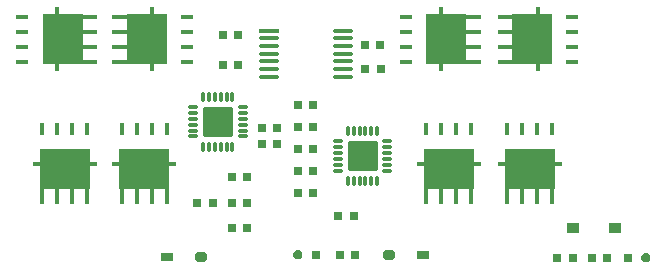
<source format=gbr>
G04*
G04 #@! TF.GenerationSoftware,Altium Limited,Altium Designer,23.8.1 (32)*
G04*
G04 Layer_Color=8421504*
%FSLAX25Y25*%
%MOIN*%
G70*
G04*
G04 #@! TF.SameCoordinates,08085802-0E6A-4E4E-A806-44F487ACA516*
G04*
G04*
G04 #@! TF.FilePolarity,Positive*
G04*
G01*
G75*
G04:AMPARAMS|DCode=23|XSize=100.39mil|YSize=100.39mil|CornerRadius=5.02mil|HoleSize=0mil|Usage=FLASHONLY|Rotation=180.000|XOffset=0mil|YOffset=0mil|HoleType=Round|Shape=RoundedRectangle|*
%AMROUNDEDRECTD23*
21,1,0.10039,0.09035,0,0,180.0*
21,1,0.09035,0.10039,0,0,180.0*
1,1,0.01004,-0.04518,0.04518*
1,1,0.01004,0.04518,0.04518*
1,1,0.01004,0.04518,-0.04518*
1,1,0.01004,-0.04518,-0.04518*
%
%ADD23ROUNDEDRECTD23*%
%ADD24O,0.01181X0.03937*%
%ADD25O,0.03937X0.01181*%
%ADD26R,0.03000X0.03000*%
%ADD27R,0.03937X0.03347*%
%ADD28R,0.16732X0.13780*%
%ADD29R,0.01772X0.06299*%
%ADD30R,0.01772X0.04331*%
%ADD31R,0.21654X0.01181*%
%ADD32R,0.13780X0.16732*%
%ADD33R,0.06299X0.01772*%
%ADD34R,0.04331X0.01772*%
%ADD35R,0.01181X0.21654*%
G04:AMPARAMS|DCode=36|XSize=30mil|YSize=30mil|CornerRadius=0mil|HoleSize=0mil|Usage=FLASHONLY|Rotation=180.000|XOffset=0mil|YOffset=0mil|HoleType=Round|Shape=Octagon|*
%AMOCTAGOND36*
4,1,8,-0.01500,0.00750,-0.01500,-0.00750,-0.00750,-0.01500,0.00750,-0.01500,0.01500,-0.00750,0.01500,0.00750,0.00750,0.01500,-0.00750,0.01500,-0.01500,0.00750,0.0*
%
%ADD36OCTAGOND36*%

G04:AMPARAMS|DCode=37|XSize=100.39mil|YSize=100.39mil|CornerRadius=5.02mil|HoleSize=0mil|Usage=FLASHONLY|Rotation=90.000|XOffset=0mil|YOffset=0mil|HoleType=Round|Shape=RoundedRectangle|*
%AMROUNDEDRECTD37*
21,1,0.10039,0.09035,0,0,90.0*
21,1,0.09035,0.10039,0,0,90.0*
1,1,0.01004,0.04518,0.04518*
1,1,0.01004,0.04518,-0.04518*
1,1,0.01004,-0.04518,-0.04518*
1,1,0.01004,-0.04518,0.04518*
%
%ADD37ROUNDEDRECTD37*%
%ADD38R,0.06693X0.01378*%
%ADD39O,0.06693X0.01378*%
%ADD40R,0.03937X0.03150*%
G04:AMPARAMS|DCode=41|XSize=39.37mil|YSize=31.5mil|CornerRadius=0mil|HoleSize=0mil|Usage=FLASHONLY|Rotation=0.000|XOffset=0mil|YOffset=0mil|HoleType=Round|Shape=Octagon|*
%AMOCTAGOND41*
4,1,8,0.01968,-0.00787,0.01968,0.00787,0.01181,0.01575,-0.01181,0.01575,-0.01968,0.00787,-0.01968,-0.00787,-0.01181,-0.01575,0.01181,-0.01575,0.01968,-0.00787,0.0*
%
%ADD41OCTAGOND41*%

D23*
X280232Y253953D02*
D03*
D24*
X275311Y245685D02*
D03*
X277279D02*
D03*
X279248D02*
D03*
X281217D02*
D03*
X283185D02*
D03*
X285154D02*
D03*
Y262221D02*
D03*
X283185D02*
D03*
X281217D02*
D03*
X279248D02*
D03*
X277279D02*
D03*
X275311D02*
D03*
X323579Y234232D02*
D03*
X325547D02*
D03*
X327516D02*
D03*
X329484D02*
D03*
X331453D02*
D03*
X333421D02*
D03*
Y250768D02*
D03*
X331453D02*
D03*
X329484D02*
D03*
X327516D02*
D03*
X325547D02*
D03*
X323579D02*
D03*
D25*
X288500Y249031D02*
D03*
Y251000D02*
D03*
Y252969D02*
D03*
Y254937D02*
D03*
Y256906D02*
D03*
Y258874D02*
D03*
X271965D02*
D03*
Y256906D02*
D03*
Y254937D02*
D03*
Y252969D02*
D03*
Y251000D02*
D03*
Y249031D02*
D03*
X320232Y247421D02*
D03*
Y245453D02*
D03*
Y243484D02*
D03*
Y241516D02*
D03*
Y239547D02*
D03*
Y237579D02*
D03*
X336768D02*
D03*
Y239547D02*
D03*
Y241516D02*
D03*
Y243484D02*
D03*
Y245453D02*
D03*
Y247421D02*
D03*
D26*
X398500Y208500D02*
D03*
X393382D02*
D03*
X334459Y279400D02*
D03*
X329341D02*
D03*
X329441Y271500D02*
D03*
X334559D02*
D03*
X281883Y283001D02*
D03*
X287001D02*
D03*
X281883Y273001D02*
D03*
X287001D02*
D03*
X320941Y209500D02*
D03*
X326059D02*
D03*
X313000Y209500D02*
D03*
X312059Y259500D02*
D03*
X306941D02*
D03*
X325559Y222500D02*
D03*
X320441D02*
D03*
X306941Y230300D02*
D03*
X312059D02*
D03*
X312060Y237600D02*
D03*
X306942D02*
D03*
X306941Y244900D02*
D03*
X312059D02*
D03*
Y252200D02*
D03*
X306941D02*
D03*
X294941Y252000D02*
D03*
X300059D02*
D03*
X294941Y246500D02*
D03*
X300059D02*
D03*
X290059Y235500D02*
D03*
X284941D02*
D03*
Y227000D02*
D03*
X290059D02*
D03*
Y218500D02*
D03*
X284941D02*
D03*
X278559Y227000D02*
D03*
X273441D02*
D03*
X410000Y208500D02*
D03*
X404882D02*
D03*
X416882D02*
D03*
D27*
X412500Y218500D02*
D03*
X398721D02*
D03*
D28*
X384244Y238032D02*
D03*
X357256D02*
D03*
X255713D02*
D03*
X229287D02*
D03*
D29*
X391744Y229567D02*
D03*
X386744D02*
D03*
X381744D02*
D03*
X376744D02*
D03*
X364756D02*
D03*
X359756D02*
D03*
X354756D02*
D03*
X349756D02*
D03*
X248213D02*
D03*
X253213D02*
D03*
X258213D02*
D03*
X263213D02*
D03*
X221787D02*
D03*
X226787D02*
D03*
X231787D02*
D03*
X236787D02*
D03*
D30*
X391744Y251417D02*
D03*
X386744D02*
D03*
X381744D02*
D03*
X376744D02*
D03*
X364756D02*
D03*
X359756D02*
D03*
X354756D02*
D03*
X349756D02*
D03*
X248213D02*
D03*
X253213D02*
D03*
X258213D02*
D03*
X263213D02*
D03*
X221787D02*
D03*
X226787D02*
D03*
X231787D02*
D03*
X236787D02*
D03*
D31*
X384244Y240000D02*
D03*
X357256D02*
D03*
X255713D02*
D03*
X229287D02*
D03*
D32*
X385032Y281500D02*
D03*
X356469Y281500D02*
D03*
X228500D02*
D03*
X256500Y281500D02*
D03*
D33*
X376567Y274000D02*
D03*
Y279000D02*
D03*
Y284000D02*
D03*
Y289000D02*
D03*
X364933Y289000D02*
D03*
Y284000D02*
D03*
Y279000D02*
D03*
Y274000D02*
D03*
X236965Y289000D02*
D03*
Y284000D02*
D03*
Y279000D02*
D03*
Y274000D02*
D03*
X248035Y289000D02*
D03*
Y284000D02*
D03*
Y279000D02*
D03*
Y274000D02*
D03*
D34*
X398417D02*
D03*
Y279000D02*
D03*
Y284000D02*
D03*
Y289000D02*
D03*
X343083Y289000D02*
D03*
Y284000D02*
D03*
Y279000D02*
D03*
Y274000D02*
D03*
X215114Y289000D02*
D03*
Y284000D02*
D03*
Y279000D02*
D03*
Y274000D02*
D03*
X269886Y289000D02*
D03*
Y284000D02*
D03*
Y279000D02*
D03*
Y274000D02*
D03*
D35*
X387000Y281500D02*
D03*
X354500D02*
D03*
X226532D02*
D03*
X258469D02*
D03*
D36*
X306882Y209500D02*
D03*
X423000Y208500D02*
D03*
D37*
X328500Y242500D02*
D03*
D38*
X297197Y284295D02*
D03*
D39*
Y281736D02*
D03*
Y279177D02*
D03*
Y276618D02*
D03*
Y274059D02*
D03*
Y271500D02*
D03*
Y268941D02*
D03*
X322000D02*
D03*
Y271500D02*
D03*
Y274059D02*
D03*
Y276618D02*
D03*
Y279177D02*
D03*
Y281736D02*
D03*
Y284295D02*
D03*
D40*
X263488Y209000D02*
D03*
X348512Y209500D02*
D03*
D41*
X274512Y209000D02*
D03*
X337488Y209500D02*
D03*
M02*

</source>
